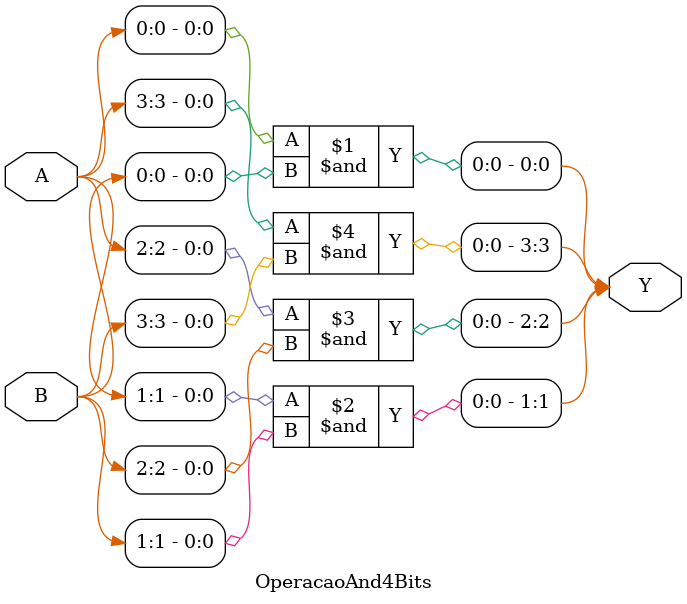
<source format=v>
module OperacaoAnd4Bits(
    input [3:0] A,
    input [3:0] B,
    output [3:0] Y
);
    and And0(Y[0], A[0], B[0]);
    and And1(Y[1], A[1], B[1]);
    and And2(Y[2], A[2], B[2]);
    and And3(Y[3], A[3], B[3]);
endmodule
</source>
